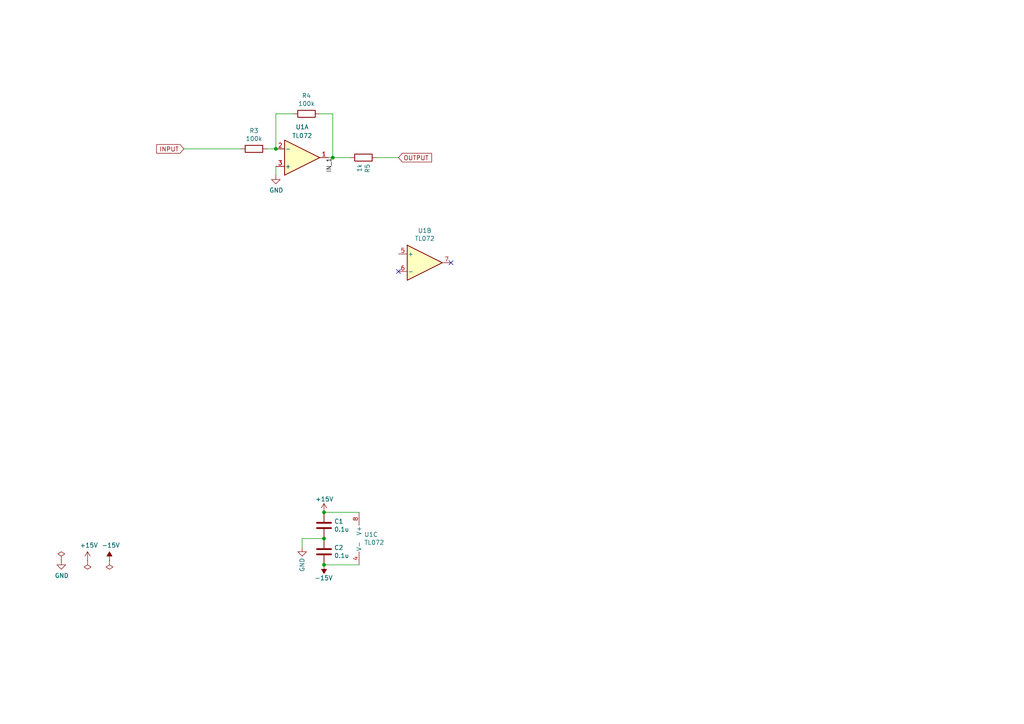
<source format=kicad_sch>
(kicad_sch (version 20211123) (generator eeschema)
  (paper "A4")
  (title_block (title "summe") (date "2021-05-30") (rev "R02") (company "Company") (comment 1 "schema for pcb") (comment 2 "DC coupled mixer") (comment 3 "comment 3") (comment 4 "License CC BY 4.0 - Attribution 4.0 International") (comment 5 "comment 5") (comment 6 "comment 6") (comment 7 "comment 7") (comment 8 "comment 8") (comment 9 "comment 9"))
  (lib_symbols
    (symbol "Amplifier_Operational:TL072" (pin_names (offset 0.127))
      (property "Reference" "U" (at 0 5.08 0))
      (property "Value" "TL072" (at 0 -5.08 0))
      (symbol "TL072_1_1"
        (polyline (pts (xy -5.08 5.08) (xy 5.08 0) (xy -5.08 -5.08) (xy -5.08 5.08)) (stroke (width 0.254)) (fill (type background)))
        (pin output line (at 7.62 0 180) (length 2.54) (name "~") (number "1"))
        (pin input line (at -7.62 -2.54 0) (length 2.54) (name "-") (number "2"))
        (pin input line (at -7.62 2.54 0) (length 2.54) (name "+") (number "3"))
      )
      (symbol "TL072_2_1"
        (polyline (pts (xy -5.08 5.08) (xy 5.08 0) (xy -5.08 -5.08) (xy -5.08 5.08)) (stroke (width 0.254)) (fill (type background)))
        (pin input line (at -7.62 2.54 0) (length 2.54) (name "+") (number "5"))
        (pin input line (at -7.62 -2.54 0) (length 2.54) (name "-") (number "6"))
        (pin output line (at 7.62 0 180) (length 2.54) (name "~") (number "7"))
      )
      (symbol "TL072_3_1"
        (pin power_in line (at -2.54 -7.62 90) (length 3.81) (name "V-") (number "4"))
        (pin power_in line (at -2.54 7.62 270) (length 3.81) (name "V+") (number "8"))
      )
    )
    (symbol "Device:C" (pin_numbers hide) (pin_names (offset 0.254))
      (property "Reference" "C" (at 0.635 2.54 0))
      (property "Value" "C" (at 0.635 -2.54 0))
      (symbol "C_0_1"
        (polyline (pts (xy -2.032 -0.762) (xy 2.032 -0.762)) (stroke (width 0.508)))
        (polyline (pts (xy -2.032 0.762) (xy 2.032 0.762)) (stroke (width 0.508)))
      )
      (symbol "C_1_1"
        (pin passive line (at 0 3.81 270) (length 2.794) (name "~") (number "1"))
        (pin passive line (at 0 -3.81 90) (length 2.794) (name "~") (number "2"))
      )
    )
    (symbol "Device:R" (pin_numbers hide) (pin_names (offset 0))
      (property "Reference" "R" (at 2.032 0 90))
      (property "Value" "R" (at 0 0 90))
      (symbol "R_0_1"
        (rectangle (start -1.016 -2.54) (end 1.016 2.54) (stroke (width 0.254)))
      )
      (symbol "R_1_1"
        (pin passive line (at 0 3.81 270) (length 1.27) (name "~") (number "1"))
        (pin passive line (at 0 -3.81 90) (length 1.27) (name "~") (number "2"))
      )
    )
    (symbol "power:+15V" (power) (pin_names (offset 0))
      (property "Value" "+15V" (at 0 3.556 0))
      (symbol "+15V_0_1"
        (polyline (pts (xy -0.762 1.27) (xy 0 2.54)))
        (polyline (pts (xy 0 0) (xy 0 2.54)))
        (polyline (pts (xy 0 2.54) (xy 0.762 1.27)))
      )
      (symbol "+15V_1_1"
        (pin power_in line (at 0 0 90) (length 0) hide (name "+15V") (number "1"))
      )
    )
    (symbol "power:-15V" (power) (pin_names (offset 0))
      (property "Value" "-15V" (at 0 3.81 0))
      (symbol "-15V_0_0"
        (pin power_in line (at 0 0 90) (length 0) hide (name "-15V") (number "1"))
      )
      (symbol "-15V_0_1"
        (polyline (pts (xy 0 0) (xy 0 1.27) (xy 0.762 1.27) (xy 0 2.54) (xy -0.762 1.27) (xy 0 1.27)) (fill (type outline)))
      )
    )
    (symbol "power:GND" (power) (pin_names (offset 0))
      (property "Value" "GND" (at 0 -3.81 0))
      (symbol "GND_0_1"
        (polyline (pts (xy 0 0) (xy 0 -1.27) (xy 1.27 -1.27) (xy 0 -2.54) (xy -1.27 -1.27) (xy 0 -1.27)))
      )
      (symbol "GND_1_1"
        (pin power_in line (at 0 0 270) (length 0) hide (name "GND") (number "1"))
      )
    )
    (symbol "power:PWR_FLAG" (power) (pin_numbers hide) (pin_names (offset 0) hide)
      (property "Value" "PWR_FLAG" (at 0 3.81 0))
      (symbol "PWR_FLAG_0_0"
        (pin power_out line (at 0 0 90) (length 0) (name "pwr") (number "1"))
      )
      (symbol "PWR_FLAG_0_1"
        (polyline (pts (xy 0 0) (xy 0 1.27) (xy -1.016 1.905) (xy 0 2.54) (xy 1.016 1.905) (xy 0 1.27)))
      )
    )
  )
  (junction (at 93.98 148.59))
  (junction (at 96.52 45.72))
  (junction (at 93.98 156.21))
  (junction (at 80.01 43.18))
  (junction (at 93.98 163.83))
  (no_connect (at 130.81 76.2))
  (no_connect (at 115.57 78.74))
  (wire (pts (xy 96.52 33.02) (xy 96.52 45.72)))
  (wire (pts (xy 77.47 43.18) (xy 80.01 43.18)))
  (wire (pts (xy 104.14 148.59) (xy 93.98 148.59)))
  (wire (pts (xy 80.01 33.02) (xy 80.01 43.18)))
  (wire (pts (xy 93.98 156.21) (xy 87.63 156.21)))
  (wire (pts (xy 87.63 156.21) (xy 87.63 158.75)))
  (wire (pts (xy 53.34 43.18) (xy 69.85 43.18)))
  (wire (pts (xy 80.01 50.8) (xy 80.01 48.26)))
  (wire (pts (xy 92.71 33.02) (xy 96.52 33.02)))
  (wire (pts (xy 109.22 45.72) (xy 115.57 45.72)))
  (wire (pts (xy 96.52 45.72) (xy 95.25 45.72)))
  (wire (pts (xy 104.14 163.83) (xy 93.98 163.83)))
  (wire (pts (xy 101.6 45.72) (xy 96.52 45.72)))
  (wire (pts (xy 85.09 33.02) (xy 80.01 33.02)))
  (label "IN_1" (at 96.52 45.72 270))
  (global_label "INPUT" (shape input) (at 53.34 43.18 180) (property "Intersheet References" "${INTERSHEET_REFS}" (effects hide)))
  (global_label "OUTPUT" (shape input) (at 115.57 45.72 0) (property "Intersheet References" "${INTERSHEET_REFS}" (effects hide)))
  (symbol (lib_id "Device:R") (at 105.41 45.72 90) (unit 1)
    (property "Reference" "R5" (at 106.5784 47.498 0) (effects (justify right)))
    (property "Value" "1k" (at 104.267 47.498 0) (effects (justify right)))
    (property "Footprint" "Resistor_SMD:R_0805_2012Metric_Pad1.20x1.40mm_HandSolder" (effects hide))
    (property "Description" "Thick Film Resistors - SMD (0805)" (effects hide))
  )
  (symbol (lib_id "Device:R") (at 73.66 43.18 270) (unit 1)
    (property "Reference" "R3" (at 73.66 37.9222 90))
    (property "Value" "100k" (at 73.66 40.2336 90))
    (property "Footprint" "Resistor_SMD:R_0805_2012Metric_Pad1.20x1.40mm_HandSolder" (effects hide))
    (property "Description" "Thick Film Resistors - SMD (0805)" (effects hide))
  )
  (symbol (lib_id "power:GND") (at 80.01 50.8 0) (unit 1)
    (property "Reference" "#PWR05" (effects hide))
    (property "Value" "GND" (at 80.137 55.1942 0))
  )
  (symbol (lib_id "Device:R") (at 88.9 33.02 270) (unit 1)
    (property "Reference" "R4" (at 88.9 27.7622 90))
    (property "Value" "100k" (at 88.9 30.0736 90))
    (property "Footprint" "Resistor_SMD:R_0805_2012Metric_Pad1.20x1.40mm_HandSolder" (effects hide))
    (property "Description" "Thick Film Resistors - SMD (0805)" (effects hide))
  )
  (symbol (lib_id "power:PWR_FLAG") (at 25.4 162.56 180) (unit 1)
    (property "Reference" "#FLG02" (effects hide))
    (property "Value" "PWR_FLAG" (effects hide))
  )
  (symbol (lib_id "power:PWR_FLAG") (at 31.75 162.56 180) (unit 1)
    (property "Reference" "#FLG03" (effects hide))
    (property "Value" "PWR_FLAG" (effects hide))
  )
  (symbol (lib_id "power:+15V") (at 25.4 162.56 0) (unit 1)
    (property "Reference" "#PWR02" (effects hide))
    (property "Value" "+15V" (at 25.781 158.1658 0))
  )
  (symbol (lib_id "power:-15V") (at 31.75 162.56 0) (unit 1)
    (property "Reference" "#PWR03" (effects hide))
    (property "Value" "-15V" (at 32.131 158.1658 0))
  )
  (symbol (lib_id "power:PWR_FLAG") (at 17.78 162.56 0) (unit 1)
    (property "Reference" "#FLG01" (effects hide))
    (property "Value" "PWR_FLAG" (effects hide))
  )
  (symbol (lib_id "power:GND") (at 17.78 162.56 0) (unit 1)
    (property "Reference" "#PWR01" (effects hide))
    (property "Value" "GND" (at 17.907 166.9542 0))
  )
  (symbol (lib_id "Amplifier_Operational:TL072") (at 87.63 45.72 0) (mirror x) (unit 1)
    (property "Reference" "U1" (at 87.63 36.83 0))
    (property "Value" "TL072" (at 87.63 39.37 0))
    (property "Datasheet" "http://www.ti.com/lit/ds/symlink/tl071.pdf" (effects hide))
    (property "Description" "Low-Noise FET-Input Operational Amplifiers (SOIC-8 )" (effects hide))
    (property "Spice_Primitive" "X" (effects hide))
    (property "Spice_Model" "TL072c" (effects hide))
    (property "Spice_Netlist_Enabled" "Y" (effects hide))
  )
  (symbol (lib_id "Device:C") (at 93.98 160.02 0) (unit 1)
    (property "Reference" "C2" (at 96.901 158.8516 0) (effects (justify left)))
    (property "Value" "0.1u" (at 96.901 161.163 0) (effects (justify left)))
    (property "Footprint" "Capacitor_SMD:C_0805_2012Metric_Pad1.18x1.45mm_HandSolder" (effects hide))
    (property "Spice_Primitive" "C" (effects hide))
    (property "Spice_Model" "0.1u" (effects hide))
    (property "Spice_Netlist_Enabled" "N" (effects hide))
    (property "Description" "Multilayer Ceramic Capacitors MLCC" (effects hide))
  )
  (symbol (lib_id "Device:C") (at 93.98 152.4 0) (unit 1)
    (property "Reference" "C1" (at 96.901 151.2316 0) (effects (justify left)))
    (property "Value" "0.1u" (at 96.901 153.543 0) (effects (justify left)))
    (property "Footprint" "Capacitor_SMD:C_0805_2012Metric_Pad1.18x1.45mm_HandSolder" (effects hide))
    (property "Spice_Primitive" "C" (effects hide))
    (property "Spice_Model" "0.1u" (effects hide))
    (property "Spice_Netlist_Enabled" "N" (effects hide))
    (property "Description" "Multilayer Ceramic Capacitors MLCC" (effects hide))
  )
  (symbol (lib_id "power:+15V") (at 93.98 148.59 0) (unit 1)
    (property "Reference" "#PWR07" (effects hide))
    (property "Value" "+15V" (at 91.44 144.78 0) (effects (justify left)))
  )
  (symbol (lib_id "power:-15V") (at 93.98 163.83 180) (unit 1)
    (property "Reference" "#PWR08" (effects hide))
    (property "Value" "-15V" (at 96.52 167.64 0) (effects (justify left)))
  )
  (symbol (lib_id "power:GND") (at 87.63 158.75 0) (unit 1)
    (property "Reference" "#PWR06" (effects hide))
    (property "Value" "GND" (at 87.63 163.83 90))
  )
  (symbol (lib_id "Amplifier_Operational:TL072") (at 106.68 156.21 0) (unit 3)
    (property "Reference" "U1" (at 105.6132 155.0416 0) (effects (justify left)))
    (property "Value" "TL072" (at 105.6132 157.353 0) (effects (justify left)))
    (property "Datasheet" "http://www.ti.com/lit/ds/symlink/tl071.pdf" (effects hide))
    (property "Description" "Low-Noise FET-Input Operational Amplifiers (SOIC-8 )" (effects hide))
    (property "Spice_Primitive" "X" (effects hide))
    (property "Spice_Model" "TL072c" (effects hide))
    (property "Spice_Netlist_Enabled" "Y" (effects hide))
  )
  (symbol (lib_id "Amplifier_Operational:TL072") (at 123.19 76.2 0) (unit 2)
    (property "Reference" "U1" (at 123.19 66.8782 0))
    (property "Value" "TL072" (at 123.19 69.1896 0))
    (property "Datasheet" "http://www.ti.com/lit/ds/symlink/tl071.pdf" (effects hide))
    (property "Spice_Primitive" "X" (effects hide))
    (property "Spice_Model" "TL072c" (effects hide))
    (property "Spice_Netlist_Enabled" "Y" (effects hide))
  )
)
</source>
